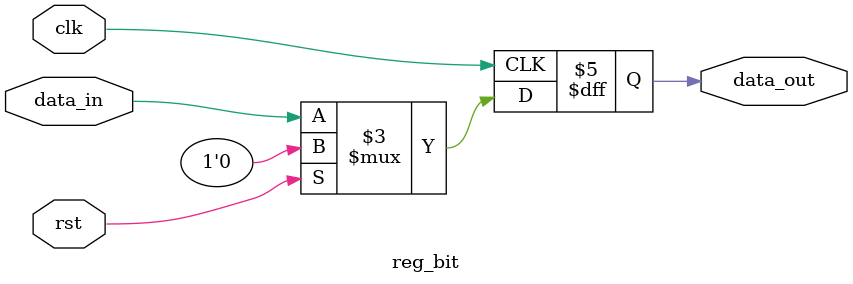
<source format=v>
`timescale 1ns / 1ps


module reg_bit(
input clk,
input rst,
input data_in,
output reg data_out
    );
    
 always@(posedge clk)begin
     if (rst) begin
        data_out <= 1'b0;
     end else begin
        data_out <= data_in;
     end
 end
endmodule

</source>
